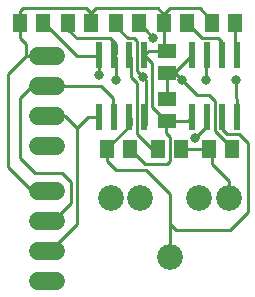
<source format=gtl>
G75*
G70*
%OFA0B0*%
%FSLAX24Y24*%
%IPPOS*%
%LPD*%
%AMOC8*
5,1,8,0,0,1.08239X$1,22.5*
%
%ADD10C,0.0600*%
%ADD11C,0.0860*%
%ADD12R,0.0236X0.0866*%
%ADD13R,0.0512X0.0591*%
%ADD14R,0.0591X0.0512*%
%ADD15C,0.0100*%
%ADD16C,0.0320*%
D10*
X001811Y001899D02*
X002411Y001899D01*
X002411Y002899D02*
X001811Y002899D01*
X001811Y003899D02*
X002411Y003899D01*
X002411Y004899D02*
X001811Y004899D01*
X001811Y006399D02*
X002411Y006399D01*
X002411Y007399D02*
X001811Y007399D01*
X001811Y008399D02*
X002411Y008399D01*
X002411Y009399D02*
X001811Y009399D01*
D11*
X004242Y004668D03*
X005226Y004668D03*
X006211Y002699D03*
X007195Y004668D03*
X008179Y004668D03*
D12*
X007961Y007375D03*
X008461Y007375D03*
X007461Y007375D03*
X006961Y007375D03*
X005361Y007375D03*
X004861Y007375D03*
X004361Y007375D03*
X003861Y007375D03*
X003861Y009423D03*
X004361Y009423D03*
X004861Y009423D03*
X005361Y009423D03*
X006961Y009423D03*
X007461Y009423D03*
X007961Y009423D03*
X008461Y009423D03*
D13*
X008385Y010499D03*
X007637Y010499D03*
X006785Y010499D03*
X006037Y010499D03*
X005185Y010499D03*
X004437Y010499D03*
X003585Y010499D03*
X002837Y010499D03*
X001985Y010499D03*
X001237Y010499D03*
X004137Y006299D03*
X004885Y006299D03*
X005837Y006299D03*
X006585Y006299D03*
X007537Y006299D03*
X008285Y006299D03*
D14*
X006111Y007225D03*
X006111Y007973D03*
X006111Y008825D03*
X006111Y009573D03*
D15*
X005511Y009573D01*
X005361Y009423D01*
X005611Y009173D01*
X005611Y007699D01*
X006085Y007225D01*
X006085Y006825D01*
X006211Y006699D01*
X006211Y005899D01*
X006111Y005799D01*
X005385Y005799D01*
X004885Y006299D01*
X005111Y006799D02*
X005111Y008499D01*
X004911Y008699D01*
X004911Y009373D01*
X004861Y009423D01*
X005111Y009899D02*
X005111Y008899D01*
X005311Y008699D01*
X005411Y008599D01*
X005411Y007099D01*
X005361Y007375D01*
X004911Y007325D02*
X004911Y007099D01*
X004137Y006325D01*
X004137Y006299D01*
X004111Y006273D01*
X004111Y005899D01*
X004411Y005599D01*
X005411Y005599D01*
X006211Y004799D01*
X006211Y003799D01*
X006411Y003599D01*
X008211Y003599D01*
X008811Y004199D01*
X008811Y006499D01*
X008511Y006799D01*
X008111Y006799D01*
X007961Y006949D01*
X007961Y007375D01*
X007711Y006899D02*
X007711Y007899D01*
X007511Y008099D01*
X007111Y008099D01*
X006611Y008599D01*
X006385Y008825D01*
X006111Y008825D01*
X006363Y008825D01*
X006961Y009423D01*
X007411Y009373D02*
X007461Y009423D01*
X007411Y009373D02*
X007411Y008599D01*
X007961Y009423D02*
X007961Y009849D01*
X007811Y009999D01*
X007285Y009999D01*
X006785Y010499D01*
X007211Y010999D02*
X006211Y010999D01*
X006011Y010799D01*
X006011Y010525D01*
X006037Y010499D01*
X006037Y009647D01*
X006111Y009573D01*
X005661Y009999D02*
X005211Y010499D01*
X005185Y010499D01*
X005011Y009999D02*
X004811Y009999D01*
X004437Y010373D01*
X004437Y010499D01*
X004211Y009999D02*
X004411Y009799D01*
X004411Y009473D01*
X004361Y009423D01*
X004411Y009373D01*
X004411Y008599D01*
X003911Y008399D02*
X004311Y007999D01*
X004311Y007425D01*
X004361Y007375D01*
X003861Y007375D02*
X003487Y007375D01*
X003111Y006999D01*
X002711Y007399D01*
X002111Y007399D01*
X002111Y008399D02*
X001611Y008399D01*
X001211Y007999D01*
X001211Y005999D01*
X001711Y005499D01*
X002611Y005499D01*
X002911Y005199D01*
X002911Y004499D01*
X002311Y003899D01*
X002111Y003899D01*
X002111Y004899D02*
X001611Y004899D01*
X000811Y005699D01*
X000811Y008799D01*
X001411Y009399D01*
X001411Y009799D01*
X001211Y009999D01*
X001211Y010473D01*
X001237Y010499D01*
X001211Y010525D01*
X001211Y010899D01*
X001311Y010999D01*
X003411Y010999D01*
X003585Y010825D01*
X003759Y010999D01*
X005811Y010999D01*
X006037Y010773D01*
X006037Y010499D01*
X005111Y009899D02*
X005011Y009999D01*
X004211Y009999D02*
X003111Y009999D01*
X002837Y010273D01*
X002837Y010499D01*
X003585Y010499D02*
X003585Y010825D01*
X003861Y009423D02*
X003861Y008749D01*
X003911Y008399D02*
X002111Y008399D01*
X002111Y009399D02*
X001411Y009399D01*
X001985Y010499D02*
X002011Y010499D01*
X003111Y009399D01*
X003837Y009399D01*
X003861Y009423D01*
X004861Y007375D02*
X004911Y007325D01*
X005111Y006799D02*
X005611Y006299D01*
X005837Y006299D01*
X006585Y006299D02*
X007537Y006299D01*
X007611Y006225D01*
X007611Y005799D01*
X008179Y005231D01*
X008179Y004668D01*
X008285Y006299D02*
X008285Y006325D01*
X007711Y006899D01*
X007461Y007049D02*
X007061Y006649D01*
X007461Y007049D02*
X007461Y007375D01*
X006961Y007375D02*
X006810Y007225D01*
X006111Y007225D01*
X006085Y007225D01*
X006111Y007973D02*
X006111Y008825D01*
X007637Y010499D02*
X007637Y010573D01*
X007211Y010999D01*
X008385Y010499D02*
X008385Y009499D01*
X008461Y009423D01*
X008411Y008599D02*
X008411Y007999D01*
X008461Y007949D01*
X008461Y007375D01*
X006211Y003799D02*
X006211Y002699D01*
X003111Y003799D02*
X003111Y006999D01*
X003111Y003799D02*
X002211Y002899D01*
X002111Y002899D01*
D16*
X004411Y008599D03*
X003861Y008749D03*
X005311Y008699D03*
X005661Y009999D03*
X006611Y008599D03*
X007411Y008599D03*
X008411Y008599D03*
X007061Y006649D03*
M02*

</source>
